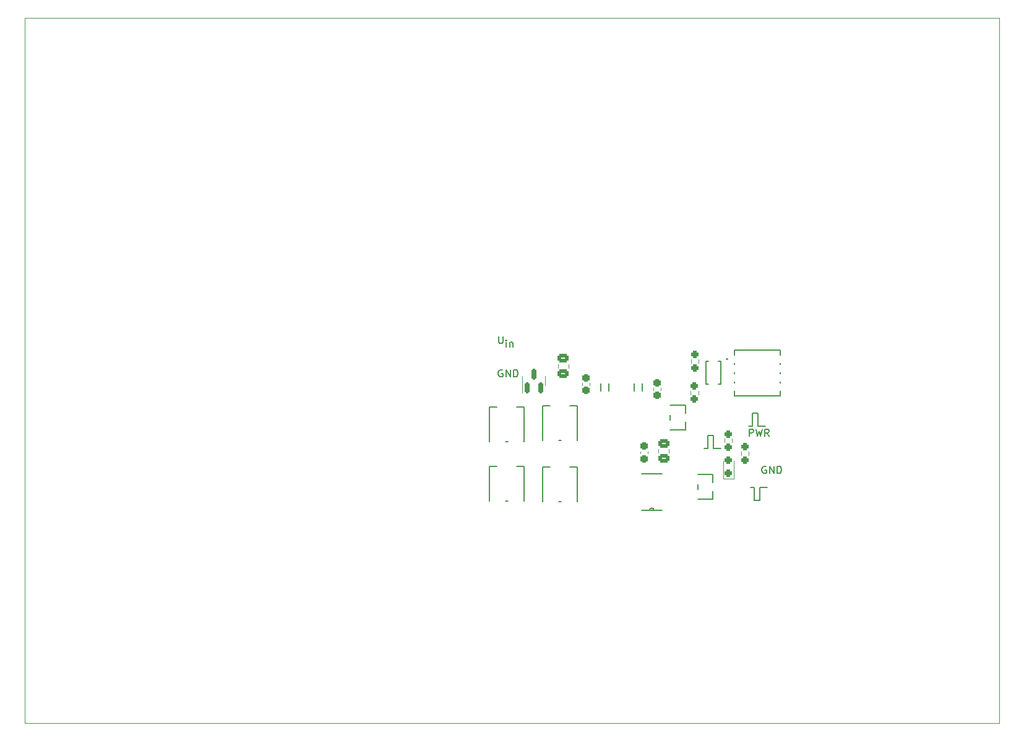
<source format=gbr>
%TF.GenerationSoftware,KiCad,Pcbnew,7.0.7*%
%TF.CreationDate,2023-11-19T15:36:35+03:00*%
%TF.ProjectId,Main_PCB_002,4d61696e-5f50-4434-925f-3030322e6b69,rev?*%
%TF.SameCoordinates,Original*%
%TF.FileFunction,Legend,Top*%
%TF.FilePolarity,Positive*%
%FSLAX46Y46*%
G04 Gerber Fmt 4.6, Leading zero omitted, Abs format (unit mm)*
G04 Created by KiCad (PCBNEW 7.0.7) date 2023-11-19 15:36:35*
%MOMM*%
%LPD*%
G01*
G04 APERTURE LIST*
G04 Aperture macros list*
%AMRoundRect*
0 Rectangle with rounded corners*
0 $1 Rounding radius*
0 $2 $3 $4 $5 $6 $7 $8 $9 X,Y pos of 4 corners*
0 Add a 4 corners polygon primitive as box body*
4,1,4,$2,$3,$4,$5,$6,$7,$8,$9,$2,$3,0*
0 Add four circle primitives for the rounded corners*
1,1,$1+$1,$2,$3*
1,1,$1+$1,$4,$5*
1,1,$1+$1,$6,$7*
1,1,$1+$1,$8,$9*
0 Add four rect primitives between the rounded corners*
20,1,$1+$1,$2,$3,$4,$5,0*
20,1,$1+$1,$4,$5,$6,$7,0*
20,1,$1+$1,$6,$7,$8,$9,0*
20,1,$1+$1,$8,$9,$2,$3,0*%
G04 Aperture macros list end*
%ADD10C,0.150000*%
%ADD11C,0.100000*%
%ADD12C,0.152400*%
%ADD13C,0.120000*%
%ADD14C,1.600000*%
%ADD15R,1.117600X3.302000*%
%ADD16R,5.689600X6.400800*%
%ADD17RoundRect,0.237500X0.237500X-0.300000X0.237500X0.300000X-0.237500X0.300000X-0.237500X-0.300000X0*%
%ADD18RoundRect,0.237500X-0.237500X0.250000X-0.237500X-0.250000X0.237500X-0.250000X0.237500X0.250000X0*%
%ADD19R,1.295400X1.295400*%
%ADD20R,2.006600X1.295400*%
%ADD21RoundRect,0.250000X0.475000X-0.337500X0.475000X0.337500X-0.475000X0.337500X-0.475000X-0.337500X0*%
%ADD22R,1.320800X0.558800*%
%ADD23R,1.981200X0.558800*%
%ADD24RoundRect,0.237500X-0.237500X0.300000X-0.237500X-0.300000X0.237500X-0.300000X0.237500X0.300000X0*%
%ADD25RoundRect,0.237500X0.237500X-0.287500X0.237500X0.287500X-0.237500X0.287500X-0.237500X-0.287500X0*%
%ADD26RoundRect,0.237500X0.237500X-0.250000X0.237500X0.250000X-0.237500X0.250000X-0.237500X-0.250000X0*%
%ADD27R,1.016000X0.406400*%
%ADD28R,0.762000X1.219200*%
%ADD29RoundRect,0.150000X0.150000X-0.587500X0.150000X0.587500X-0.150000X0.587500X-0.150000X-0.587500X0*%
G04 APERTURE END LIST*
D10*
X164944588Y-114741438D02*
X164849350Y-114693819D01*
X164849350Y-114693819D02*
X164706493Y-114693819D01*
X164706493Y-114693819D02*
X164563636Y-114741438D01*
X164563636Y-114741438D02*
X164468398Y-114836676D01*
X164468398Y-114836676D02*
X164420779Y-114931914D01*
X164420779Y-114931914D02*
X164373160Y-115122390D01*
X164373160Y-115122390D02*
X164373160Y-115265247D01*
X164373160Y-115265247D02*
X164420779Y-115455723D01*
X164420779Y-115455723D02*
X164468398Y-115550961D01*
X164468398Y-115550961D02*
X164563636Y-115646200D01*
X164563636Y-115646200D02*
X164706493Y-115693819D01*
X164706493Y-115693819D02*
X164801731Y-115693819D01*
X164801731Y-115693819D02*
X164944588Y-115646200D01*
X164944588Y-115646200D02*
X164992207Y-115598580D01*
X164992207Y-115598580D02*
X164992207Y-115265247D01*
X164992207Y-115265247D02*
X164801731Y-115265247D01*
X165420779Y-115693819D02*
X165420779Y-114693819D01*
X165420779Y-114693819D02*
X165992207Y-115693819D01*
X165992207Y-115693819D02*
X165992207Y-114693819D01*
X166468398Y-115693819D02*
X166468398Y-114693819D01*
X166468398Y-114693819D02*
X166706493Y-114693819D01*
X166706493Y-114693819D02*
X166849350Y-114741438D01*
X166849350Y-114741438D02*
X166944588Y-114836676D01*
X166944588Y-114836676D02*
X166992207Y-114931914D01*
X166992207Y-114931914D02*
X167039826Y-115122390D01*
X167039826Y-115122390D02*
X167039826Y-115265247D01*
X167039826Y-115265247D02*
X166992207Y-115455723D01*
X166992207Y-115455723D02*
X166944588Y-115550961D01*
X166944588Y-115550961D02*
X166849350Y-115646200D01*
X166849350Y-115646200D02*
X166706493Y-115693819D01*
X166706493Y-115693819D02*
X166468398Y-115693819D01*
X129368779Y-98421819D02*
X129368779Y-97755152D01*
X129368779Y-97421819D02*
X129321160Y-97469438D01*
X129321160Y-97469438D02*
X129368779Y-97517057D01*
X129368779Y-97517057D02*
X129416398Y-97469438D01*
X129416398Y-97469438D02*
X129368779Y-97421819D01*
X129368779Y-97421819D02*
X129368779Y-97517057D01*
X129844969Y-97755152D02*
X129844969Y-98421819D01*
X129844969Y-97850390D02*
X129892588Y-97802771D01*
X129892588Y-97802771D02*
X129987826Y-97755152D01*
X129987826Y-97755152D02*
X130130683Y-97755152D01*
X130130683Y-97755152D02*
X130225921Y-97802771D01*
X130225921Y-97802771D02*
X130273540Y-97898009D01*
X130273540Y-97898009D02*
X130273540Y-98421819D01*
X128352779Y-96913819D02*
X128352779Y-97723342D01*
X128352779Y-97723342D02*
X128400398Y-97818580D01*
X128400398Y-97818580D02*
X128448017Y-97866200D01*
X128448017Y-97866200D02*
X128543255Y-97913819D01*
X128543255Y-97913819D02*
X128733731Y-97913819D01*
X128733731Y-97913819D02*
X128828969Y-97866200D01*
X128828969Y-97866200D02*
X128876588Y-97818580D01*
X128876588Y-97818580D02*
X128924207Y-97723342D01*
X128924207Y-97723342D02*
X128924207Y-96913819D01*
X128876588Y-101533438D02*
X128781350Y-101485819D01*
X128781350Y-101485819D02*
X128638493Y-101485819D01*
X128638493Y-101485819D02*
X128495636Y-101533438D01*
X128495636Y-101533438D02*
X128400398Y-101628676D01*
X128400398Y-101628676D02*
X128352779Y-101723914D01*
X128352779Y-101723914D02*
X128305160Y-101914390D01*
X128305160Y-101914390D02*
X128305160Y-102057247D01*
X128305160Y-102057247D02*
X128352779Y-102247723D01*
X128352779Y-102247723D02*
X128400398Y-102342961D01*
X128400398Y-102342961D02*
X128495636Y-102438200D01*
X128495636Y-102438200D02*
X128638493Y-102485819D01*
X128638493Y-102485819D02*
X128733731Y-102485819D01*
X128733731Y-102485819D02*
X128876588Y-102438200D01*
X128876588Y-102438200D02*
X128924207Y-102390580D01*
X128924207Y-102390580D02*
X128924207Y-102057247D01*
X128924207Y-102057247D02*
X128733731Y-102057247D01*
X129352779Y-102485819D02*
X129352779Y-101485819D01*
X129352779Y-101485819D02*
X129924207Y-102485819D01*
X129924207Y-102485819D02*
X129924207Y-101485819D01*
X130400398Y-102485819D02*
X130400398Y-101485819D01*
X130400398Y-101485819D02*
X130638493Y-101485819D01*
X130638493Y-101485819D02*
X130781350Y-101533438D01*
X130781350Y-101533438D02*
X130876588Y-101628676D01*
X130876588Y-101628676D02*
X130924207Y-101723914D01*
X130924207Y-101723914D02*
X130971826Y-101914390D01*
X130971826Y-101914390D02*
X130971826Y-102057247D01*
X130971826Y-102057247D02*
X130924207Y-102247723D01*
X130924207Y-102247723D02*
X130876588Y-102342961D01*
X130876588Y-102342961D02*
X130781350Y-102438200D01*
X130781350Y-102438200D02*
X130638493Y-102485819D01*
X130638493Y-102485819D02*
X130400398Y-102485819D01*
X162642779Y-110613819D02*
X162642779Y-109613819D01*
X162642779Y-109613819D02*
X163023731Y-109613819D01*
X163023731Y-109613819D02*
X163118969Y-109661438D01*
X163118969Y-109661438D02*
X163166588Y-109709057D01*
X163166588Y-109709057D02*
X163214207Y-109804295D01*
X163214207Y-109804295D02*
X163214207Y-109947152D01*
X163214207Y-109947152D02*
X163166588Y-110042390D01*
X163166588Y-110042390D02*
X163118969Y-110090009D01*
X163118969Y-110090009D02*
X163023731Y-110137628D01*
X163023731Y-110137628D02*
X162642779Y-110137628D01*
X163547541Y-109613819D02*
X163785636Y-110613819D01*
X163785636Y-110613819D02*
X163976112Y-109899533D01*
X163976112Y-109899533D02*
X164166588Y-110613819D01*
X164166588Y-110613819D02*
X164404684Y-109613819D01*
X165357064Y-110613819D02*
X165023731Y-110137628D01*
X164785636Y-110613819D02*
X164785636Y-109613819D01*
X164785636Y-109613819D02*
X165166588Y-109613819D01*
X165166588Y-109613819D02*
X165261826Y-109661438D01*
X165261826Y-109661438D02*
X165309445Y-109709057D01*
X165309445Y-109709057D02*
X165357064Y-109804295D01*
X165357064Y-109804295D02*
X165357064Y-109947152D01*
X165357064Y-109947152D02*
X165309445Y-110042390D01*
X165309445Y-110042390D02*
X165261826Y-110090009D01*
X165261826Y-110090009D02*
X165166588Y-110137628D01*
X165166588Y-110137628D02*
X164785636Y-110137628D01*
X163068000Y-107442000D02*
X163830000Y-107442000D01*
X163068000Y-109220000D02*
X163068000Y-107442000D01*
X162560000Y-109220000D02*
X163068000Y-109220000D01*
X163830000Y-109220000D02*
X164846000Y-109220000D01*
X163830000Y-107442000D02*
X163830000Y-109220000D01*
X163322000Y-119380000D02*
X164084000Y-119380000D01*
X163322000Y-117602000D02*
X163322000Y-119380000D01*
X162814000Y-117602000D02*
X163322000Y-117602000D01*
X164084000Y-117602000D02*
X165100000Y-117602000D01*
X164084000Y-119380000D02*
X164084000Y-117602000D01*
X157734000Y-112268000D02*
X158750000Y-112268000D01*
X157734000Y-110490000D02*
X157734000Y-112268000D01*
X156972000Y-110490000D02*
X157734000Y-110490000D01*
X156972000Y-112268000D02*
X156972000Y-110490000D01*
X156464000Y-112268000D02*
X156972000Y-112268000D01*
D11*
X63500000Y-53340000D02*
X196850000Y-53340000D01*
X196850000Y-149860000D02*
X63500000Y-149860000D01*
X196850000Y-53340000D02*
X196850000Y-149860000D01*
X63500000Y-149860000D02*
X63500000Y-53340000D01*
D12*
%TO.C,U8*%
X142341600Y-103418640D02*
X142341600Y-104432100D01*
X143408400Y-103418640D02*
X143408400Y-104432100D01*
X146913600Y-103418640D02*
X146913600Y-104432100D01*
X147980400Y-103418640D02*
X147980400Y-104432100D01*
D13*
%TO.C,C24*%
X147749800Y-112976967D02*
X147749800Y-112684433D01*
X148769800Y-112976967D02*
X148769800Y-112684433D01*
%TO.C,R24*%
X155691100Y-100100676D02*
X155691100Y-100610124D01*
X154646100Y-100100676D02*
X154646100Y-100610124D01*
D12*
%TO.C,R18*%
X127088900Y-106616500D02*
X127088900Y-111366300D01*
X128127760Y-106616500D02*
X127088900Y-106616500D01*
X129275840Y-111366300D02*
X129651760Y-111366300D01*
X131838700Y-106616500D02*
X130799840Y-106616500D01*
X131838700Y-106616500D02*
X131838700Y-111366300D01*
D13*
%TO.C,C23*%
X136450400Y-101251652D02*
X136450400Y-100729148D01*
X137920400Y-101251652D02*
X137920400Y-100729148D01*
%TO.C,R22*%
X155665700Y-104367876D02*
X155665700Y-104877324D01*
X154620700Y-104367876D02*
X154620700Y-104877324D01*
D12*
%TO.C,U13*%
X153885900Y-106387900D02*
X151828500Y-106387900D01*
X153885900Y-107452160D02*
X153885900Y-106387900D01*
X151828500Y-107723940D02*
X151828500Y-108404660D01*
X153885900Y-109740700D02*
X153885900Y-108676440D01*
X151828500Y-109740700D02*
X153885900Y-109740700D01*
%TO.C,R19*%
X127088900Y-114744500D02*
X127088900Y-119494300D01*
X128127760Y-114744500D02*
X127088900Y-114744500D01*
X129275840Y-119494300D02*
X129651760Y-119494300D01*
X131838700Y-114744500D02*
X130799840Y-114744500D01*
X131838700Y-114744500D02*
X131838700Y-119494300D01*
%TO.C,U7*%
X150674853Y-115735100D02*
X147927547Y-115735100D01*
X147927547Y-120738900D02*
X150674853Y-120738900D01*
X149606000Y-120738900D02*
G75*
G03*
X148996400Y-120738900I-304800J0D01*
G01*
D13*
%TO.C,C22*%
X140794200Y-103309033D02*
X140794200Y-103601567D01*
X139774200Y-103309033D02*
X139774200Y-103601567D01*
%TO.C,C25*%
X150191800Y-112863352D02*
X150191800Y-112340848D01*
X151661800Y-112863352D02*
X151661800Y-112340848D01*
D12*
%TO.C,R20*%
X134378700Y-114846100D02*
X134378700Y-119595900D01*
X135417560Y-114846100D02*
X134378700Y-114846100D01*
X136565640Y-119595900D02*
X136941560Y-119595900D01*
X139128500Y-114846100D02*
X138089640Y-114846100D01*
X139128500Y-114846100D02*
X139128500Y-119595900D01*
D13*
%TO.C,D21*%
X159056400Y-116454000D02*
X160526400Y-116454000D01*
X160526400Y-116454000D02*
X160526400Y-113994000D01*
X159056400Y-113994000D02*
X159056400Y-116454000D01*
%TO.C,R23*%
X159268900Y-111465424D02*
X159268900Y-110955976D01*
X160313900Y-111465424D02*
X160313900Y-110955976D01*
D12*
%TO.C,U14*%
X157670500Y-115836700D02*
X155613100Y-115836700D01*
X157670500Y-116900960D02*
X157670500Y-115836700D01*
X155613100Y-117172740D02*
X155613100Y-117853460D01*
X157670500Y-119189500D02*
X157670500Y-118125240D01*
X155613100Y-119189500D02*
X157670500Y-119189500D01*
D13*
%TO.C,R25*%
X161504100Y-113214224D02*
X161504100Y-112704776D01*
X162549100Y-113214224D02*
X162549100Y-112704776D01*
D12*
%TO.C,U12*%
X160629600Y-98806000D02*
X160629600Y-99489260D01*
X160629600Y-100561140D02*
X160629600Y-100759260D01*
X160629600Y-101831140D02*
X160629600Y-102029260D01*
X160629600Y-103101140D02*
X160629600Y-103299260D01*
X160629600Y-104371140D02*
X160629600Y-105054400D01*
X160629600Y-105054400D02*
X166878000Y-105054400D01*
X166878000Y-98806000D02*
X160629600Y-98806000D01*
X166878000Y-99489260D02*
X166878000Y-98806000D01*
X166878000Y-100759260D02*
X166878000Y-100561140D01*
X166878000Y-102029260D02*
X166878000Y-101831140D01*
X166878000Y-103299260D02*
X166878000Y-103101140D01*
X166878000Y-105054400D02*
X166878000Y-104371140D01*
X159664400Y-100025200D02*
G75*
G03*
X159664400Y-100025200I-76200J0D01*
G01*
%TO.C,R21*%
X134378700Y-106413300D02*
X134378700Y-111163100D01*
X135417560Y-106413300D02*
X134378700Y-106413300D01*
X136565640Y-111163100D02*
X136941560Y-111163100D01*
X139128500Y-106413300D02*
X138089640Y-106413300D01*
X139128500Y-106413300D02*
X139128500Y-111163100D01*
%TO.C,U11*%
X156705300Y-103454200D02*
X157020260Y-103454200D01*
X158447740Y-103454200D02*
X158762700Y-103454200D01*
X158762700Y-103454200D02*
X158762700Y-100355400D01*
X156705300Y-100355400D02*
X156705300Y-103454200D01*
X157020260Y-100355400D02*
X156705300Y-100355400D01*
X158762700Y-100355400D02*
X158447740Y-100355400D01*
D13*
%TO.C,C21*%
X149553200Y-104287367D02*
X149553200Y-103994833D01*
X150573200Y-104287367D02*
X150573200Y-103994833D01*
%TO.C,D20*%
X131602000Y-103024700D02*
X131602000Y-104699700D01*
X131602000Y-103024700D02*
X131602000Y-102374700D01*
X134722000Y-103024700D02*
X134722000Y-103674700D01*
X134722000Y-103024700D02*
X134722000Y-102374700D01*
%TD*%
%LPC*%
%TO.C,U12*%
G36*
X167182800Y-100228400D02*
G01*
X166166800Y-100228400D01*
X166166800Y-101092000D01*
X167182800Y-101092000D01*
X167182800Y-101498400D01*
X166166800Y-101498400D01*
X166166800Y-102362000D01*
X167182800Y-102362000D01*
X167182800Y-102768400D01*
X166166800Y-102768400D01*
X166166800Y-103632000D01*
X167182800Y-103632000D01*
X167182800Y-104038400D01*
X166166800Y-104038400D01*
X166166800Y-103886000D01*
X162331400Y-103886000D01*
X162331400Y-99974400D01*
X166166800Y-99974400D01*
X166166800Y-99822000D01*
X167182800Y-99822000D01*
X167182800Y-100228400D01*
G37*
%TD*%
D14*
%TO.C,D1*%
X165608000Y-113284000D03*
%TD*%
D15*
%TO.C,U8*%
X142875000Y-106438700D03*
D16*
X145161000Y-99885500D03*
D15*
X147447000Y-106438700D03*
%TD*%
D17*
%TO.C,C24*%
X148259800Y-113693200D03*
X148259800Y-111968200D03*
%TD*%
D18*
%TO.C,R24*%
X155168600Y-99442900D03*
X155168600Y-101267900D03*
%TD*%
D19*
%TO.C,R18*%
X130632200Y-111760000D03*
D20*
X129463800Y-106222800D03*
D19*
X128295400Y-111760000D03*
%TD*%
D21*
%TO.C,C23*%
X137185400Y-102027900D03*
X137185400Y-99952900D03*
%TD*%
D18*
%TO.C,R22*%
X155143200Y-103710100D03*
X155143200Y-105535100D03*
%TD*%
D22*
%TO.C,U13*%
X151663400Y-107111800D03*
X151663400Y-109016800D03*
X154051000Y-108064300D03*
%TD*%
D19*
%TO.C,R19*%
X130632200Y-119888000D03*
D20*
X129463800Y-114350800D03*
D19*
X128295400Y-119888000D03*
%TD*%
D23*
%TO.C,U7*%
X151765000Y-120142000D03*
X151765000Y-118872000D03*
X151765000Y-117602000D03*
X151765000Y-116332000D03*
X146837400Y-116332000D03*
X146837400Y-117602000D03*
X146837400Y-118872000D03*
X146837400Y-120142000D03*
%TD*%
D24*
%TO.C,C22*%
X140284200Y-102592800D03*
X140284200Y-104317800D03*
%TD*%
D14*
%TO.C,D22*%
X126873000Y-98704400D03*
%TD*%
D21*
%TO.C,C25*%
X150926800Y-113639600D03*
X150926800Y-111564600D03*
%TD*%
D19*
%TO.C,R20*%
X137922000Y-119989600D03*
D20*
X136753600Y-114452400D03*
D19*
X135585200Y-119989600D03*
%TD*%
D25*
%TO.C,D21*%
X159791400Y-115669000D03*
X159791400Y-113919000D03*
%TD*%
D26*
%TO.C,R23*%
X159791400Y-112123200D03*
X159791400Y-110298200D03*
%TD*%
D14*
%TO.C,D25*%
X156438600Y-113487200D03*
%TD*%
D22*
%TO.C,U14*%
X155448000Y-116560600D03*
X155448000Y-118465600D03*
X157835600Y-117513100D03*
%TD*%
D26*
%TO.C,R25*%
X162026600Y-113872000D03*
X162026600Y-112047000D03*
%TD*%
D27*
%TO.C,U12*%
X160832800Y-100025200D03*
X160832800Y-101295200D03*
X160832800Y-102565200D03*
X160832800Y-103835200D03*
X166674800Y-103835200D03*
X166674800Y-102565200D03*
X166674800Y-101295200D03*
X166674800Y-100025200D03*
%TD*%
D19*
%TO.C,R21*%
X137922000Y-111556800D03*
D20*
X136753600Y-106019600D03*
D19*
X135585200Y-111556800D03*
%TD*%
D28*
%TO.C,U11*%
X157734000Y-103581200D03*
X157734000Y-100228400D03*
%TD*%
D17*
%TO.C,C21*%
X150063200Y-105003600D03*
X150063200Y-103278600D03*
%TD*%
D14*
%TO.C,D26*%
X161569400Y-118110000D03*
%TD*%
%TO.C,D24*%
X165709600Y-108178600D03*
%TD*%
D29*
%TO.C,D20*%
X132212000Y-103962200D03*
X134112000Y-103962200D03*
X133162000Y-102087200D03*
%TD*%
D14*
%TO.C,D23*%
X126822200Y-101879400D03*
%TD*%
%LPD*%
M02*

</source>
